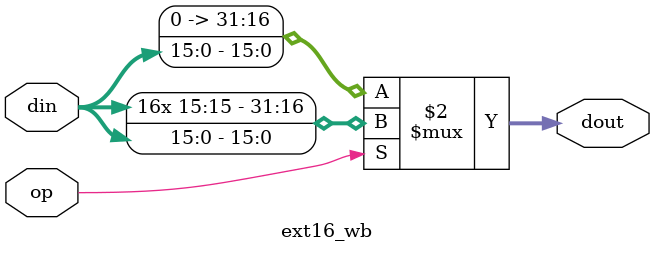
<source format=v>
module ext16_wb (op,din,dout);
   input         op;
   input [15:0]  din;
   output [31:0] dout;
   assign dout=(op==1'b0)?{16'h0000,din}:
               {{16{din[15]}},din};
endmodule
</source>
